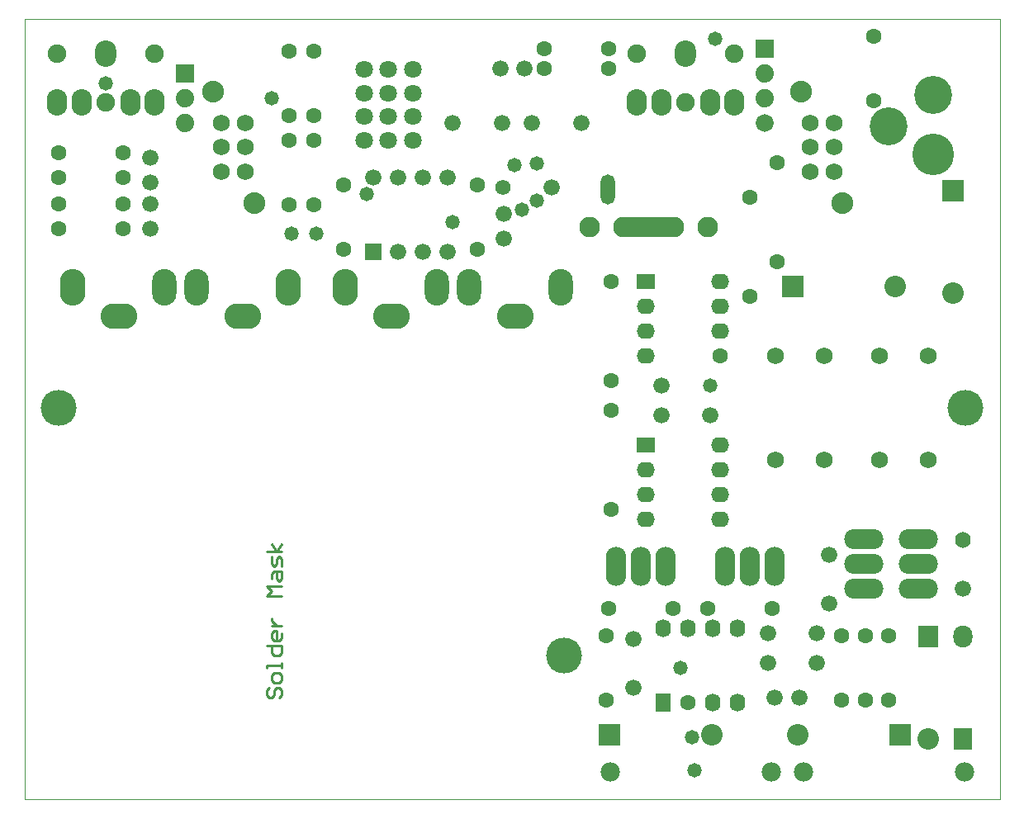
<source format=gbs>
%FSTAX24Y24*%
%MOIN*%
G70*
G01*
G75*
G04 Layer_Color=16711935*
%ADD10C,0.0200*%
%ADD11C,0.0220*%
%ADD12C,0.0160*%
%ADD13C,0.0100*%
%ADD14C,0.0150*%
%ADD15C,0.0120*%
%ADD16C,0.0300*%
%ADD17C,0.0250*%
%ADD18C,0.0450*%
%ADD19C,0.0420*%
%ADD20C,0.1000*%
%ADD21C,0.0350*%
%ADD22C,0.0500*%
%ADD23C,0.0600*%
%ADD24C,0.0700*%
%ADD25C,0.0400*%
%ADD26C,0.0550*%
%ADD27C,0.0380*%
%ADD28C,0.0750*%
%ADD29R,0.0559X0.1130*%
%ADD30C,0.0010*%
%ADD31C,0.0670*%
%ADD32O,0.0748X0.0984*%
%ADD33O,0.0787X0.0984*%
%ADD34O,0.0950X0.1400*%
%ADD35O,0.0900X0.1400*%
%ADD36O,0.1400X0.0950*%
%ADD37C,0.0750*%
%ADD38C,0.0580*%
%ADD39C,0.0640*%
%ADD40C,0.0660*%
%ADD41R,0.0660X0.0660*%
%ADD42C,0.0550*%
%ADD43O,0.0540X0.0580*%
%ADD44C,0.0540*%
%ADD45C,0.0500*%
%ADD46C,0.1600*%
%ADD47C,0.1450*%
%ADD48C,0.0700*%
%ADD49O,0.0740X0.1500*%
%ADD50O,0.1500X0.0740*%
%ADD51C,0.0600*%
%ADD52C,0.0800*%
%ADD53O,0.0550X0.0650*%
%ADD54R,0.0550X0.0650*%
%ADD55R,0.0580X0.0580*%
%ADD56O,0.0650X0.0550*%
%ADD57R,0.0650X0.0550*%
%ADD58R,0.0787X0.0787*%
%ADD59C,0.0787*%
%ADD60R,0.0787X0.0787*%
%ADD61R,0.0730X0.0800*%
%ADD62R,0.0690X0.0800*%
%ADD63O,0.0690X0.0800*%
%ADD64C,0.1370*%
%ADD65C,0.0630*%
%ADD66C,0.0079*%
%ADD67C,0.0118*%
%ADD68C,0.0080*%
%ADD69C,0.0090*%
%ADD70R,0.0315X0.1102*%
%ADD71R,0.1102X0.0315*%
%ADD72C,0.0300*%
%ADD73O,0.0828X0.1064*%
%ADD74O,0.0867X0.1064*%
%ADD75O,0.1030X0.1480*%
%ADD76O,0.0980X0.1480*%
%ADD77O,0.1480X0.1030*%
%ADD78C,0.0830*%
%ADD79C,0.0720*%
%ADD80C,0.0740*%
%ADD81R,0.0740X0.0740*%
%ADD82O,0.0620X0.0660*%
%ADD83C,0.0620*%
%ADD84C,0.1680*%
%ADD85C,0.1530*%
%ADD86C,0.0780*%
%ADD87O,0.0820X0.1580*%
%ADD88O,0.1580X0.0820*%
%ADD89C,0.0680*%
%ADD90C,0.0880*%
%ADD91O,0.0630X0.0730*%
%ADD92R,0.0630X0.0730*%
%ADD93O,0.0730X0.0630*%
%ADD94R,0.0730X0.0630*%
%ADD95R,0.0867X0.0867*%
%ADD96C,0.0867*%
%ADD97R,0.0867X0.0867*%
%ADD98R,0.0810X0.0880*%
%ADD99R,0.0770X0.0880*%
%ADD100O,0.0770X0.0880*%
%ADD101C,0.0710*%
%ADD102R,0.2111X0.0800*%
G36*
X00415Y-0072D02*
X00355D01*
Y-00655D01*
X00415D01*
Y-0072D01*
D02*
G37*
D13*
X-0098Y-027D02*
X-0099Y-0271D01*
Y-0273D01*
X-0098Y-0274D01*
X-0097D01*
X-0096Y-0273D01*
Y-0271D01*
X-0095Y-027D01*
X-0094D01*
X-0093Y-0271D01*
Y-0273D01*
X-0094Y-0274D01*
X-0093Y-0267D02*
Y-0265D01*
X-0094Y-0264D01*
X-0096D01*
X-0097Y-0265D01*
Y-0267D01*
X-0096Y-0268D01*
X-0094D01*
X-0093Y-0267D01*
Y-0262D02*
Y-026D01*
Y-0261D01*
X-0099D01*
Y-0262D01*
Y-025301D02*
X-0093D01*
Y-025601D01*
X-0094Y-025701D01*
X-0096D01*
X-0097Y-025601D01*
Y-025301D01*
X-0093Y-024801D02*
Y-025001D01*
X-0094Y-025101D01*
X-0096D01*
X-0097Y-025001D01*
Y-024801D01*
X-0096Y-024701D01*
X-0095D01*
Y-025101D01*
X-0097Y-024501D02*
X-0093D01*
X-0095D01*
X-0096Y-024401D01*
X-0097Y-024301D01*
Y-024201D01*
X-0093Y-023301D02*
X-0099D01*
X-0097Y-023101D01*
X-0099Y-022901D01*
X-0093D01*
X-0097Y-022602D02*
Y-022402D01*
X-0096Y-022302D01*
X-0093D01*
Y-022602D01*
X-0094Y-022702D01*
X-0095Y-022602D01*
Y-022302D01*
X-0093Y-022102D02*
Y-021802D01*
X-0094Y-021702D01*
X-0095Y-021802D01*
Y-022002D01*
X-0096Y-022102D01*
X-0097Y-022002D01*
Y-021702D01*
X-0093Y-021502D02*
X-0099D01*
X-0095D02*
X-0097Y-021202D01*
X-0095Y-021502D02*
X-0093Y-021202D01*
D30*
X-019685Y-0315D02*
Y0D01*
X019685D01*
X-019685Y-0315D02*
X019685D01*
Y0D01*
D37*
X005031Y-0014D02*
D03*
X008968D02*
D03*
X007Y-003368D02*
D03*
X-0164D02*
D03*
X-014432Y-0014D02*
D03*
X-018369D02*
D03*
D38*
X007984Y-0148D02*
D03*
X-0089Y-00865D02*
D03*
X-0079D02*
D03*
X00385Y-00655D02*
D03*
X-009695Y-003195D02*
D03*
X00009Y-00589D02*
D03*
X001Y-00584D02*
D03*
X00725Y-029D02*
D03*
X00735Y-03033D02*
D03*
X0004Y-0077D02*
D03*
X00098Y-00734D02*
D03*
X0068Y-0262D02*
D03*
X-00587Y-00705D02*
D03*
X-0164Y-0026D02*
D03*
X00385Y-0072D02*
D03*
X0082Y-0008D02*
D03*
X-0024Y-0082D02*
D03*
D40*
X0106Y-0274D02*
D03*
X0116D02*
D03*
X012284Y-0248D02*
D03*
X010316D02*
D03*
X0049Y-026984D02*
D03*
Y-025016D02*
D03*
X0128Y-021616D02*
D03*
Y-023584D02*
D03*
X0182Y-022984D02*
D03*
X006016Y-016D02*
D03*
X007984D02*
D03*
X001584Y-0068D02*
D03*
X006016Y-0148D02*
D03*
X010316Y-026D02*
D03*
X012284D02*
D03*
X0008Y-0042D02*
D03*
X0028D02*
D03*
X-0004D02*
D03*
X-0024D02*
D03*
X00049Y-002D02*
D03*
X-00049D02*
D03*
X-0146Y-0066D02*
D03*
Y-0056D02*
D03*
Y-00845D02*
D03*
Y-00745D02*
D03*
X-00035Y-00885D02*
D03*
Y-00785D02*
D03*
X-0036Y-0094D02*
D03*
X-0026D02*
D03*
Y-0064D02*
D03*
X-0036D02*
D03*
X-0046D02*
D03*
X-0056D02*
D03*
X-0046Y-0094D02*
D03*
D41*
X-0056D02*
D03*
D47*
X0021Y-0257D02*
D03*
X0183Y-0157D02*
D03*
X-0183D02*
D03*
D65*
X-008Y-0049D02*
D03*
Y-0075D02*
D03*
X-009Y-0013D02*
D03*
Y-0039D02*
D03*
X-0068Y-0067D02*
D03*
Y-0093D02*
D03*
X-0183Y-00845D02*
D03*
X-0157D02*
D03*
X-0183Y-00745D02*
D03*
X-0157D02*
D03*
X0039Y-002D02*
D03*
X0013D02*
D03*
X-009Y-0049D02*
D03*
Y-0075D02*
D03*
X-0014Y-0067D02*
D03*
Y-0093D02*
D03*
X-0183Y-0064D02*
D03*
X-0157D02*
D03*
X-0183Y-0054D02*
D03*
X-0157D02*
D03*
X0039Y-0012D02*
D03*
X0013D02*
D03*
X0079Y-0238D02*
D03*
X0105D02*
D03*
X0133Y-0275D02*
D03*
Y-0249D02*
D03*
X0146Y-0007D02*
D03*
Y-0033D02*
D03*
X0039Y-0238D02*
D03*
X0065D02*
D03*
X01425Y-0275D02*
D03*
Y-0249D02*
D03*
X-008Y-0013D02*
D03*
Y-0039D02*
D03*
X0152Y-0249D02*
D03*
Y-0275D02*
D03*
X0038Y-0249D02*
D03*
Y-0275D02*
D03*
X0107Y-0098D02*
D03*
Y-0058D02*
D03*
X0096Y-0112D02*
D03*
Y-0072D02*
D03*
X004Y-0198D02*
D03*
Y-0158D02*
D03*
Y-0146D02*
D03*
Y-0106D02*
D03*
X0071Y-0276D02*
D03*
X0084Y-0136D02*
D03*
D73*
X006016Y-003368D02*
D03*
X005031D02*
D03*
X007984D02*
D03*
X008968D02*
D03*
X-014432D02*
D03*
X-015416D02*
D03*
X-018369D02*
D03*
X-017384D02*
D03*
D74*
X007Y-0014D02*
D03*
X-0164D02*
D03*
D75*
X-00903Y-01084D02*
D03*
X-01775D02*
D03*
X-00675D02*
D03*
D76*
X-01275D02*
D03*
X-01403D02*
D03*
X-00303D02*
D03*
X-00175D02*
D03*
X00197D02*
D03*
D77*
X-01089Y-012D02*
D03*
X-01589D02*
D03*
X-00489D02*
D03*
X00011D02*
D03*
D78*
X006511Y-0084D02*
D03*
X007889D02*
D03*
X004489D02*
D03*
X003111D02*
D03*
D79*
X0102Y-0042D02*
D03*
D80*
Y-0032D02*
D03*
Y-0022D02*
D03*
X-0132Y-0042D02*
D03*
Y-0032D02*
D03*
D81*
X0102Y-0012D02*
D03*
X-0132Y-0022D02*
D03*
D82*
X0182Y-021016D02*
D03*
D83*
X-000384Y-0068D02*
D03*
D84*
X017Y-005452D02*
D03*
D85*
Y-00305D02*
D03*
X015189Y-00431D02*
D03*
D86*
X01825Y-0304D02*
D03*
X01175D02*
D03*
X01045D02*
D03*
X00395D02*
D03*
D87*
X0086Y-0221D02*
D03*
X0096D02*
D03*
X0106D02*
D03*
X0042D02*
D03*
X0052D02*
D03*
X0062D02*
D03*
D88*
X0142Y-021D02*
D03*
Y-022D02*
D03*
Y-023D02*
D03*
X0164Y-021D02*
D03*
Y-022D02*
D03*
Y-023D02*
D03*
D89*
X0126Y-0136D02*
D03*
X01064D02*
D03*
X0126Y-0178D02*
D03*
X01064D02*
D03*
X0168Y-0136D02*
D03*
X01484D02*
D03*
X0168Y-0178D02*
D03*
X01484D02*
D03*
X01298Y-00617D02*
D03*
X01201D02*
D03*
X01298Y-00517D02*
D03*
X01201D02*
D03*
X01299Y-0042D02*
D03*
X01201D02*
D03*
X-01174D02*
D03*
X-01076D02*
D03*
X-01174Y-00517D02*
D03*
X-01077D02*
D03*
X-01174Y-00617D02*
D03*
X-01077D02*
D03*
D90*
X01333Y-00743D02*
D03*
X01167Y-00294D02*
D03*
X-01208D02*
D03*
X-01042Y-00743D02*
D03*
D91*
X0081Y-0276D02*
D03*
X0091D02*
D03*
Y-0246D02*
D03*
X0081D02*
D03*
X0071D02*
D03*
X0061D02*
D03*
D92*
Y-0276D02*
D03*
D93*
X0054Y-0126D02*
D03*
Y-0136D02*
D03*
X0084Y-0126D02*
D03*
Y-0116D02*
D03*
Y-0106D02*
D03*
X0054Y-0116D02*
D03*
Y-0182D02*
D03*
X0084Y-0172D02*
D03*
Y-0182D02*
D03*
Y-0192D02*
D03*
Y-0202D02*
D03*
X0054D02*
D03*
Y-0192D02*
D03*
D94*
Y-0106D02*
D03*
Y-0172D02*
D03*
D95*
X015659Y-0289D02*
D03*
X011341Y-0108D02*
D03*
X003941Y-0289D02*
D03*
D96*
X011541D02*
D03*
X0178Y-011059D02*
D03*
X015459Y-0108D02*
D03*
X0168Y-029059D02*
D03*
X008059Y-0289D02*
D03*
D97*
X0178Y-006941D02*
D03*
D98*
X0168Y-024941D02*
D03*
D99*
X0182Y-029059D02*
D03*
D100*
Y-024941D02*
D03*
D101*
X-004016Y-0049D02*
D03*
X-005984D02*
D03*
X-005D02*
D03*
X-004016Y-003916D02*
D03*
X-005D02*
D03*
X-005984D02*
D03*
Y-002016D02*
D03*
X-005D02*
D03*
X-004016D02*
D03*
X-005Y-003D02*
D03*
X-005984D02*
D03*
X-004016D02*
D03*
D102*
X005456Y-0084D02*
D03*
M02*

</source>
